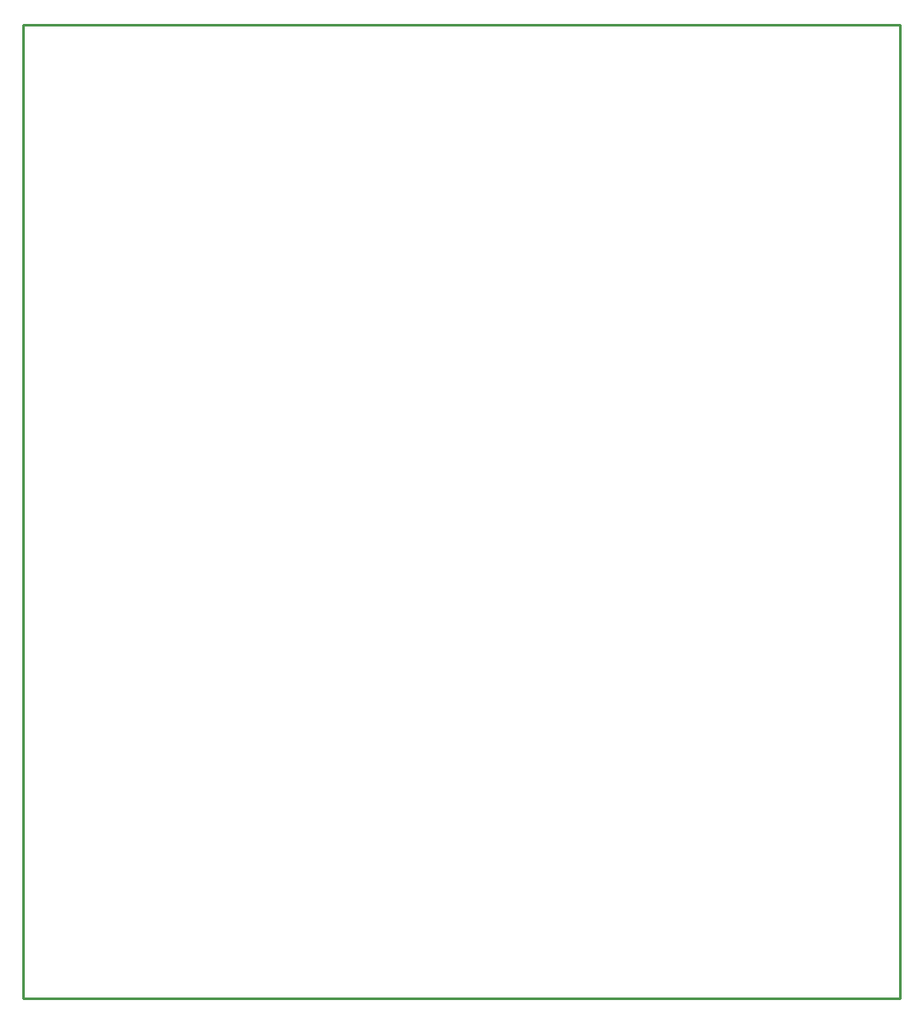
<source format=gko>
G04*
G04 #@! TF.GenerationSoftware,Altium Limited,Altium Designer,24.10.1 (45)*
G04*
G04 Layer_Color=16711935*
%FSTAX25Y25*%
%MOIN*%
G70*
G04*
G04 #@! TF.SameCoordinates,1923906C-CB37-41EA-8CB1-2C45B085819D*
G04*
G04*
G04 #@! TF.FilePolarity,Positive*
G04*
G01*
G75*
%ADD14C,0.01000*%
D14*
Y03795D01*
X0342D01*
Y0D02*
Y03795D01*
X0Y0D02*
X0342D01*
M02*

</source>
